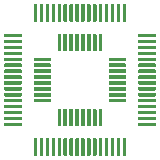
<source format=gtp>
%TF.GenerationSoftware,KiCad,Pcbnew,5.1.10*%
%TF.CreationDate,2021-10-22T01:17:49+03:00*%
%TF.ProjectId,breakouts_qfp,62726561-6b6f-4757-9473-5f7166702e6b,rev?*%
%TF.SameCoordinates,Original*%
%TF.FileFunction,Paste,Top*%
%TF.FilePolarity,Positive*%
%FSLAX46Y46*%
G04 Gerber Fmt 4.6, Leading zero omitted, Abs format (unit mm)*
G04 Created by KiCad (PCBNEW 5.1.10) date 2021-10-22 01:17:49*
%MOMM*%
%LPD*%
G01*
G04 APERTURE LIST*
G04 APERTURE END LIST*
%TO.C,U2*%
G36*
G01*
X126910000Y-66145000D02*
X126910000Y-64745000D01*
G75*
G02*
X126985000Y-64670000I75000J0D01*
G01*
X127135000Y-64670000D01*
G75*
G02*
X127210000Y-64745000I0J-75000D01*
G01*
X127210000Y-66145000D01*
G75*
G02*
X127135000Y-66220000I-75000J0D01*
G01*
X126985000Y-66220000D01*
G75*
G02*
X126910000Y-66145000I0J75000D01*
G01*
G37*
G36*
G01*
X127410000Y-66145000D02*
X127410000Y-64745000D01*
G75*
G02*
X127485000Y-64670000I75000J0D01*
G01*
X127635000Y-64670000D01*
G75*
G02*
X127710000Y-64745000I0J-75000D01*
G01*
X127710000Y-66145000D01*
G75*
G02*
X127635000Y-66220000I-75000J0D01*
G01*
X127485000Y-66220000D01*
G75*
G02*
X127410000Y-66145000I0J75000D01*
G01*
G37*
G36*
G01*
X127910000Y-66145000D02*
X127910000Y-64745000D01*
G75*
G02*
X127985000Y-64670000I75000J0D01*
G01*
X128135000Y-64670000D01*
G75*
G02*
X128210000Y-64745000I0J-75000D01*
G01*
X128210000Y-66145000D01*
G75*
G02*
X128135000Y-66220000I-75000J0D01*
G01*
X127985000Y-66220000D01*
G75*
G02*
X127910000Y-66145000I0J75000D01*
G01*
G37*
G36*
G01*
X128410000Y-66145000D02*
X128410000Y-64745000D01*
G75*
G02*
X128485000Y-64670000I75000J0D01*
G01*
X128635000Y-64670000D01*
G75*
G02*
X128710000Y-64745000I0J-75000D01*
G01*
X128710000Y-66145000D01*
G75*
G02*
X128635000Y-66220000I-75000J0D01*
G01*
X128485000Y-66220000D01*
G75*
G02*
X128410000Y-66145000I0J75000D01*
G01*
G37*
G36*
G01*
X128910000Y-66145000D02*
X128910000Y-64745000D01*
G75*
G02*
X128985000Y-64670000I75000J0D01*
G01*
X129135000Y-64670000D01*
G75*
G02*
X129210000Y-64745000I0J-75000D01*
G01*
X129210000Y-66145000D01*
G75*
G02*
X129135000Y-66220000I-75000J0D01*
G01*
X128985000Y-66220000D01*
G75*
G02*
X128910000Y-66145000I0J75000D01*
G01*
G37*
G36*
G01*
X129410000Y-66145000D02*
X129410000Y-64745000D01*
G75*
G02*
X129485000Y-64670000I75000J0D01*
G01*
X129635000Y-64670000D01*
G75*
G02*
X129710000Y-64745000I0J-75000D01*
G01*
X129710000Y-66145000D01*
G75*
G02*
X129635000Y-66220000I-75000J0D01*
G01*
X129485000Y-66220000D01*
G75*
G02*
X129410000Y-66145000I0J75000D01*
G01*
G37*
G36*
G01*
X129910000Y-66145000D02*
X129910000Y-64745000D01*
G75*
G02*
X129985000Y-64670000I75000J0D01*
G01*
X130135000Y-64670000D01*
G75*
G02*
X130210000Y-64745000I0J-75000D01*
G01*
X130210000Y-66145000D01*
G75*
G02*
X130135000Y-66220000I-75000J0D01*
G01*
X129985000Y-66220000D01*
G75*
G02*
X129910000Y-66145000I0J75000D01*
G01*
G37*
G36*
G01*
X130410000Y-66145000D02*
X130410000Y-64745000D01*
G75*
G02*
X130485000Y-64670000I75000J0D01*
G01*
X130635000Y-64670000D01*
G75*
G02*
X130710000Y-64745000I0J-75000D01*
G01*
X130710000Y-66145000D01*
G75*
G02*
X130635000Y-66220000I-75000J0D01*
G01*
X130485000Y-66220000D01*
G75*
G02*
X130410000Y-66145000I0J75000D01*
G01*
G37*
G36*
G01*
X130910000Y-66145000D02*
X130910000Y-64745000D01*
G75*
G02*
X130985000Y-64670000I75000J0D01*
G01*
X131135000Y-64670000D01*
G75*
G02*
X131210000Y-64745000I0J-75000D01*
G01*
X131210000Y-66145000D01*
G75*
G02*
X131135000Y-66220000I-75000J0D01*
G01*
X130985000Y-66220000D01*
G75*
G02*
X130910000Y-66145000I0J75000D01*
G01*
G37*
G36*
G01*
X131410000Y-66145000D02*
X131410000Y-64745000D01*
G75*
G02*
X131485000Y-64670000I75000J0D01*
G01*
X131635000Y-64670000D01*
G75*
G02*
X131710000Y-64745000I0J-75000D01*
G01*
X131710000Y-66145000D01*
G75*
G02*
X131635000Y-66220000I-75000J0D01*
G01*
X131485000Y-66220000D01*
G75*
G02*
X131410000Y-66145000I0J75000D01*
G01*
G37*
G36*
G01*
X131910000Y-66145000D02*
X131910000Y-64745000D01*
G75*
G02*
X131985000Y-64670000I75000J0D01*
G01*
X132135000Y-64670000D01*
G75*
G02*
X132210000Y-64745000I0J-75000D01*
G01*
X132210000Y-66145000D01*
G75*
G02*
X132135000Y-66220000I-75000J0D01*
G01*
X131985000Y-66220000D01*
G75*
G02*
X131910000Y-66145000I0J75000D01*
G01*
G37*
G36*
G01*
X132410000Y-66145000D02*
X132410000Y-64745000D01*
G75*
G02*
X132485000Y-64670000I75000J0D01*
G01*
X132635000Y-64670000D01*
G75*
G02*
X132710000Y-64745000I0J-75000D01*
G01*
X132710000Y-66145000D01*
G75*
G02*
X132635000Y-66220000I-75000J0D01*
G01*
X132485000Y-66220000D01*
G75*
G02*
X132410000Y-66145000I0J75000D01*
G01*
G37*
G36*
G01*
X132910000Y-66145000D02*
X132910000Y-64745000D01*
G75*
G02*
X132985000Y-64670000I75000J0D01*
G01*
X133135000Y-64670000D01*
G75*
G02*
X133210000Y-64745000I0J-75000D01*
G01*
X133210000Y-66145000D01*
G75*
G02*
X133135000Y-66220000I-75000J0D01*
G01*
X132985000Y-66220000D01*
G75*
G02*
X132910000Y-66145000I0J75000D01*
G01*
G37*
G36*
G01*
X133410000Y-66145000D02*
X133410000Y-64745000D01*
G75*
G02*
X133485000Y-64670000I75000J0D01*
G01*
X133635000Y-64670000D01*
G75*
G02*
X133710000Y-64745000I0J-75000D01*
G01*
X133710000Y-66145000D01*
G75*
G02*
X133635000Y-66220000I-75000J0D01*
G01*
X133485000Y-66220000D01*
G75*
G02*
X133410000Y-66145000I0J75000D01*
G01*
G37*
G36*
G01*
X133910000Y-66145000D02*
X133910000Y-64745000D01*
G75*
G02*
X133985000Y-64670000I75000J0D01*
G01*
X134135000Y-64670000D01*
G75*
G02*
X134210000Y-64745000I0J-75000D01*
G01*
X134210000Y-66145000D01*
G75*
G02*
X134135000Y-66220000I-75000J0D01*
G01*
X133985000Y-66220000D01*
G75*
G02*
X133910000Y-66145000I0J75000D01*
G01*
G37*
G36*
G01*
X134410000Y-66145000D02*
X134410000Y-64745000D01*
G75*
G02*
X134485000Y-64670000I75000J0D01*
G01*
X134635000Y-64670000D01*
G75*
G02*
X134710000Y-64745000I0J-75000D01*
G01*
X134710000Y-66145000D01*
G75*
G02*
X134635000Y-66220000I-75000J0D01*
G01*
X134485000Y-66220000D01*
G75*
G02*
X134410000Y-66145000I0J75000D01*
G01*
G37*
G36*
G01*
X135710000Y-67445000D02*
X135710000Y-67295000D01*
G75*
G02*
X135785000Y-67220000I75000J0D01*
G01*
X137185000Y-67220000D01*
G75*
G02*
X137260000Y-67295000I0J-75000D01*
G01*
X137260000Y-67445000D01*
G75*
G02*
X137185000Y-67520000I-75000J0D01*
G01*
X135785000Y-67520000D01*
G75*
G02*
X135710000Y-67445000I0J75000D01*
G01*
G37*
G36*
G01*
X135710000Y-67945000D02*
X135710000Y-67795000D01*
G75*
G02*
X135785000Y-67720000I75000J0D01*
G01*
X137185000Y-67720000D01*
G75*
G02*
X137260000Y-67795000I0J-75000D01*
G01*
X137260000Y-67945000D01*
G75*
G02*
X137185000Y-68020000I-75000J0D01*
G01*
X135785000Y-68020000D01*
G75*
G02*
X135710000Y-67945000I0J75000D01*
G01*
G37*
G36*
G01*
X135710000Y-68445000D02*
X135710000Y-68295000D01*
G75*
G02*
X135785000Y-68220000I75000J0D01*
G01*
X137185000Y-68220000D01*
G75*
G02*
X137260000Y-68295000I0J-75000D01*
G01*
X137260000Y-68445000D01*
G75*
G02*
X137185000Y-68520000I-75000J0D01*
G01*
X135785000Y-68520000D01*
G75*
G02*
X135710000Y-68445000I0J75000D01*
G01*
G37*
G36*
G01*
X135710000Y-68945000D02*
X135710000Y-68795000D01*
G75*
G02*
X135785000Y-68720000I75000J0D01*
G01*
X137185000Y-68720000D01*
G75*
G02*
X137260000Y-68795000I0J-75000D01*
G01*
X137260000Y-68945000D01*
G75*
G02*
X137185000Y-69020000I-75000J0D01*
G01*
X135785000Y-69020000D01*
G75*
G02*
X135710000Y-68945000I0J75000D01*
G01*
G37*
G36*
G01*
X135710000Y-69445000D02*
X135710000Y-69295000D01*
G75*
G02*
X135785000Y-69220000I75000J0D01*
G01*
X137185000Y-69220000D01*
G75*
G02*
X137260000Y-69295000I0J-75000D01*
G01*
X137260000Y-69445000D01*
G75*
G02*
X137185000Y-69520000I-75000J0D01*
G01*
X135785000Y-69520000D01*
G75*
G02*
X135710000Y-69445000I0J75000D01*
G01*
G37*
G36*
G01*
X135710000Y-69945000D02*
X135710000Y-69795000D01*
G75*
G02*
X135785000Y-69720000I75000J0D01*
G01*
X137185000Y-69720000D01*
G75*
G02*
X137260000Y-69795000I0J-75000D01*
G01*
X137260000Y-69945000D01*
G75*
G02*
X137185000Y-70020000I-75000J0D01*
G01*
X135785000Y-70020000D01*
G75*
G02*
X135710000Y-69945000I0J75000D01*
G01*
G37*
G36*
G01*
X135710000Y-70445000D02*
X135710000Y-70295000D01*
G75*
G02*
X135785000Y-70220000I75000J0D01*
G01*
X137185000Y-70220000D01*
G75*
G02*
X137260000Y-70295000I0J-75000D01*
G01*
X137260000Y-70445000D01*
G75*
G02*
X137185000Y-70520000I-75000J0D01*
G01*
X135785000Y-70520000D01*
G75*
G02*
X135710000Y-70445000I0J75000D01*
G01*
G37*
G36*
G01*
X135710000Y-70945000D02*
X135710000Y-70795000D01*
G75*
G02*
X135785000Y-70720000I75000J0D01*
G01*
X137185000Y-70720000D01*
G75*
G02*
X137260000Y-70795000I0J-75000D01*
G01*
X137260000Y-70945000D01*
G75*
G02*
X137185000Y-71020000I-75000J0D01*
G01*
X135785000Y-71020000D01*
G75*
G02*
X135710000Y-70945000I0J75000D01*
G01*
G37*
G36*
G01*
X135710000Y-71445000D02*
X135710000Y-71295000D01*
G75*
G02*
X135785000Y-71220000I75000J0D01*
G01*
X137185000Y-71220000D01*
G75*
G02*
X137260000Y-71295000I0J-75000D01*
G01*
X137260000Y-71445000D01*
G75*
G02*
X137185000Y-71520000I-75000J0D01*
G01*
X135785000Y-71520000D01*
G75*
G02*
X135710000Y-71445000I0J75000D01*
G01*
G37*
G36*
G01*
X135710000Y-71945000D02*
X135710000Y-71795000D01*
G75*
G02*
X135785000Y-71720000I75000J0D01*
G01*
X137185000Y-71720000D01*
G75*
G02*
X137260000Y-71795000I0J-75000D01*
G01*
X137260000Y-71945000D01*
G75*
G02*
X137185000Y-72020000I-75000J0D01*
G01*
X135785000Y-72020000D01*
G75*
G02*
X135710000Y-71945000I0J75000D01*
G01*
G37*
G36*
G01*
X135710000Y-72445000D02*
X135710000Y-72295000D01*
G75*
G02*
X135785000Y-72220000I75000J0D01*
G01*
X137185000Y-72220000D01*
G75*
G02*
X137260000Y-72295000I0J-75000D01*
G01*
X137260000Y-72445000D01*
G75*
G02*
X137185000Y-72520000I-75000J0D01*
G01*
X135785000Y-72520000D01*
G75*
G02*
X135710000Y-72445000I0J75000D01*
G01*
G37*
G36*
G01*
X135710000Y-72945000D02*
X135710000Y-72795000D01*
G75*
G02*
X135785000Y-72720000I75000J0D01*
G01*
X137185000Y-72720000D01*
G75*
G02*
X137260000Y-72795000I0J-75000D01*
G01*
X137260000Y-72945000D01*
G75*
G02*
X137185000Y-73020000I-75000J0D01*
G01*
X135785000Y-73020000D01*
G75*
G02*
X135710000Y-72945000I0J75000D01*
G01*
G37*
G36*
G01*
X135710000Y-73445000D02*
X135710000Y-73295000D01*
G75*
G02*
X135785000Y-73220000I75000J0D01*
G01*
X137185000Y-73220000D01*
G75*
G02*
X137260000Y-73295000I0J-75000D01*
G01*
X137260000Y-73445000D01*
G75*
G02*
X137185000Y-73520000I-75000J0D01*
G01*
X135785000Y-73520000D01*
G75*
G02*
X135710000Y-73445000I0J75000D01*
G01*
G37*
G36*
G01*
X135710000Y-73945000D02*
X135710000Y-73795000D01*
G75*
G02*
X135785000Y-73720000I75000J0D01*
G01*
X137185000Y-73720000D01*
G75*
G02*
X137260000Y-73795000I0J-75000D01*
G01*
X137260000Y-73945000D01*
G75*
G02*
X137185000Y-74020000I-75000J0D01*
G01*
X135785000Y-74020000D01*
G75*
G02*
X135710000Y-73945000I0J75000D01*
G01*
G37*
G36*
G01*
X135710000Y-74445000D02*
X135710000Y-74295000D01*
G75*
G02*
X135785000Y-74220000I75000J0D01*
G01*
X137185000Y-74220000D01*
G75*
G02*
X137260000Y-74295000I0J-75000D01*
G01*
X137260000Y-74445000D01*
G75*
G02*
X137185000Y-74520000I-75000J0D01*
G01*
X135785000Y-74520000D01*
G75*
G02*
X135710000Y-74445000I0J75000D01*
G01*
G37*
G36*
G01*
X135710000Y-74945000D02*
X135710000Y-74795000D01*
G75*
G02*
X135785000Y-74720000I75000J0D01*
G01*
X137185000Y-74720000D01*
G75*
G02*
X137260000Y-74795000I0J-75000D01*
G01*
X137260000Y-74945000D01*
G75*
G02*
X137185000Y-75020000I-75000J0D01*
G01*
X135785000Y-75020000D01*
G75*
G02*
X135710000Y-74945000I0J75000D01*
G01*
G37*
G36*
G01*
X134410000Y-77495000D02*
X134410000Y-76095000D01*
G75*
G02*
X134485000Y-76020000I75000J0D01*
G01*
X134635000Y-76020000D01*
G75*
G02*
X134710000Y-76095000I0J-75000D01*
G01*
X134710000Y-77495000D01*
G75*
G02*
X134635000Y-77570000I-75000J0D01*
G01*
X134485000Y-77570000D01*
G75*
G02*
X134410000Y-77495000I0J75000D01*
G01*
G37*
G36*
G01*
X133910000Y-77495000D02*
X133910000Y-76095000D01*
G75*
G02*
X133985000Y-76020000I75000J0D01*
G01*
X134135000Y-76020000D01*
G75*
G02*
X134210000Y-76095000I0J-75000D01*
G01*
X134210000Y-77495000D01*
G75*
G02*
X134135000Y-77570000I-75000J0D01*
G01*
X133985000Y-77570000D01*
G75*
G02*
X133910000Y-77495000I0J75000D01*
G01*
G37*
G36*
G01*
X133410000Y-77495000D02*
X133410000Y-76095000D01*
G75*
G02*
X133485000Y-76020000I75000J0D01*
G01*
X133635000Y-76020000D01*
G75*
G02*
X133710000Y-76095000I0J-75000D01*
G01*
X133710000Y-77495000D01*
G75*
G02*
X133635000Y-77570000I-75000J0D01*
G01*
X133485000Y-77570000D01*
G75*
G02*
X133410000Y-77495000I0J75000D01*
G01*
G37*
G36*
G01*
X132910000Y-77495000D02*
X132910000Y-76095000D01*
G75*
G02*
X132985000Y-76020000I75000J0D01*
G01*
X133135000Y-76020000D01*
G75*
G02*
X133210000Y-76095000I0J-75000D01*
G01*
X133210000Y-77495000D01*
G75*
G02*
X133135000Y-77570000I-75000J0D01*
G01*
X132985000Y-77570000D01*
G75*
G02*
X132910000Y-77495000I0J75000D01*
G01*
G37*
G36*
G01*
X132410000Y-77495000D02*
X132410000Y-76095000D01*
G75*
G02*
X132485000Y-76020000I75000J0D01*
G01*
X132635000Y-76020000D01*
G75*
G02*
X132710000Y-76095000I0J-75000D01*
G01*
X132710000Y-77495000D01*
G75*
G02*
X132635000Y-77570000I-75000J0D01*
G01*
X132485000Y-77570000D01*
G75*
G02*
X132410000Y-77495000I0J75000D01*
G01*
G37*
G36*
G01*
X131910000Y-77495000D02*
X131910000Y-76095000D01*
G75*
G02*
X131985000Y-76020000I75000J0D01*
G01*
X132135000Y-76020000D01*
G75*
G02*
X132210000Y-76095000I0J-75000D01*
G01*
X132210000Y-77495000D01*
G75*
G02*
X132135000Y-77570000I-75000J0D01*
G01*
X131985000Y-77570000D01*
G75*
G02*
X131910000Y-77495000I0J75000D01*
G01*
G37*
G36*
G01*
X131410000Y-77495000D02*
X131410000Y-76095000D01*
G75*
G02*
X131485000Y-76020000I75000J0D01*
G01*
X131635000Y-76020000D01*
G75*
G02*
X131710000Y-76095000I0J-75000D01*
G01*
X131710000Y-77495000D01*
G75*
G02*
X131635000Y-77570000I-75000J0D01*
G01*
X131485000Y-77570000D01*
G75*
G02*
X131410000Y-77495000I0J75000D01*
G01*
G37*
G36*
G01*
X130910000Y-77495000D02*
X130910000Y-76095000D01*
G75*
G02*
X130985000Y-76020000I75000J0D01*
G01*
X131135000Y-76020000D01*
G75*
G02*
X131210000Y-76095000I0J-75000D01*
G01*
X131210000Y-77495000D01*
G75*
G02*
X131135000Y-77570000I-75000J0D01*
G01*
X130985000Y-77570000D01*
G75*
G02*
X130910000Y-77495000I0J75000D01*
G01*
G37*
G36*
G01*
X130410000Y-77495000D02*
X130410000Y-76095000D01*
G75*
G02*
X130485000Y-76020000I75000J0D01*
G01*
X130635000Y-76020000D01*
G75*
G02*
X130710000Y-76095000I0J-75000D01*
G01*
X130710000Y-77495000D01*
G75*
G02*
X130635000Y-77570000I-75000J0D01*
G01*
X130485000Y-77570000D01*
G75*
G02*
X130410000Y-77495000I0J75000D01*
G01*
G37*
G36*
G01*
X129910000Y-77495000D02*
X129910000Y-76095000D01*
G75*
G02*
X129985000Y-76020000I75000J0D01*
G01*
X130135000Y-76020000D01*
G75*
G02*
X130210000Y-76095000I0J-75000D01*
G01*
X130210000Y-77495000D01*
G75*
G02*
X130135000Y-77570000I-75000J0D01*
G01*
X129985000Y-77570000D01*
G75*
G02*
X129910000Y-77495000I0J75000D01*
G01*
G37*
G36*
G01*
X129410000Y-77495000D02*
X129410000Y-76095000D01*
G75*
G02*
X129485000Y-76020000I75000J0D01*
G01*
X129635000Y-76020000D01*
G75*
G02*
X129710000Y-76095000I0J-75000D01*
G01*
X129710000Y-77495000D01*
G75*
G02*
X129635000Y-77570000I-75000J0D01*
G01*
X129485000Y-77570000D01*
G75*
G02*
X129410000Y-77495000I0J75000D01*
G01*
G37*
G36*
G01*
X128910000Y-77495000D02*
X128910000Y-76095000D01*
G75*
G02*
X128985000Y-76020000I75000J0D01*
G01*
X129135000Y-76020000D01*
G75*
G02*
X129210000Y-76095000I0J-75000D01*
G01*
X129210000Y-77495000D01*
G75*
G02*
X129135000Y-77570000I-75000J0D01*
G01*
X128985000Y-77570000D01*
G75*
G02*
X128910000Y-77495000I0J75000D01*
G01*
G37*
G36*
G01*
X128410000Y-77495000D02*
X128410000Y-76095000D01*
G75*
G02*
X128485000Y-76020000I75000J0D01*
G01*
X128635000Y-76020000D01*
G75*
G02*
X128710000Y-76095000I0J-75000D01*
G01*
X128710000Y-77495000D01*
G75*
G02*
X128635000Y-77570000I-75000J0D01*
G01*
X128485000Y-77570000D01*
G75*
G02*
X128410000Y-77495000I0J75000D01*
G01*
G37*
G36*
G01*
X127910000Y-77495000D02*
X127910000Y-76095000D01*
G75*
G02*
X127985000Y-76020000I75000J0D01*
G01*
X128135000Y-76020000D01*
G75*
G02*
X128210000Y-76095000I0J-75000D01*
G01*
X128210000Y-77495000D01*
G75*
G02*
X128135000Y-77570000I-75000J0D01*
G01*
X127985000Y-77570000D01*
G75*
G02*
X127910000Y-77495000I0J75000D01*
G01*
G37*
G36*
G01*
X127410000Y-77495000D02*
X127410000Y-76095000D01*
G75*
G02*
X127485000Y-76020000I75000J0D01*
G01*
X127635000Y-76020000D01*
G75*
G02*
X127710000Y-76095000I0J-75000D01*
G01*
X127710000Y-77495000D01*
G75*
G02*
X127635000Y-77570000I-75000J0D01*
G01*
X127485000Y-77570000D01*
G75*
G02*
X127410000Y-77495000I0J75000D01*
G01*
G37*
G36*
G01*
X126910000Y-77495000D02*
X126910000Y-76095000D01*
G75*
G02*
X126985000Y-76020000I75000J0D01*
G01*
X127135000Y-76020000D01*
G75*
G02*
X127210000Y-76095000I0J-75000D01*
G01*
X127210000Y-77495000D01*
G75*
G02*
X127135000Y-77570000I-75000J0D01*
G01*
X126985000Y-77570000D01*
G75*
G02*
X126910000Y-77495000I0J75000D01*
G01*
G37*
G36*
G01*
X124360000Y-74945000D02*
X124360000Y-74795000D01*
G75*
G02*
X124435000Y-74720000I75000J0D01*
G01*
X125835000Y-74720000D01*
G75*
G02*
X125910000Y-74795000I0J-75000D01*
G01*
X125910000Y-74945000D01*
G75*
G02*
X125835000Y-75020000I-75000J0D01*
G01*
X124435000Y-75020000D01*
G75*
G02*
X124360000Y-74945000I0J75000D01*
G01*
G37*
G36*
G01*
X124360000Y-74445000D02*
X124360000Y-74295000D01*
G75*
G02*
X124435000Y-74220000I75000J0D01*
G01*
X125835000Y-74220000D01*
G75*
G02*
X125910000Y-74295000I0J-75000D01*
G01*
X125910000Y-74445000D01*
G75*
G02*
X125835000Y-74520000I-75000J0D01*
G01*
X124435000Y-74520000D01*
G75*
G02*
X124360000Y-74445000I0J75000D01*
G01*
G37*
G36*
G01*
X124360000Y-73945000D02*
X124360000Y-73795000D01*
G75*
G02*
X124435000Y-73720000I75000J0D01*
G01*
X125835000Y-73720000D01*
G75*
G02*
X125910000Y-73795000I0J-75000D01*
G01*
X125910000Y-73945000D01*
G75*
G02*
X125835000Y-74020000I-75000J0D01*
G01*
X124435000Y-74020000D01*
G75*
G02*
X124360000Y-73945000I0J75000D01*
G01*
G37*
G36*
G01*
X124360000Y-73445000D02*
X124360000Y-73295000D01*
G75*
G02*
X124435000Y-73220000I75000J0D01*
G01*
X125835000Y-73220000D01*
G75*
G02*
X125910000Y-73295000I0J-75000D01*
G01*
X125910000Y-73445000D01*
G75*
G02*
X125835000Y-73520000I-75000J0D01*
G01*
X124435000Y-73520000D01*
G75*
G02*
X124360000Y-73445000I0J75000D01*
G01*
G37*
G36*
G01*
X124360000Y-72945000D02*
X124360000Y-72795000D01*
G75*
G02*
X124435000Y-72720000I75000J0D01*
G01*
X125835000Y-72720000D01*
G75*
G02*
X125910000Y-72795000I0J-75000D01*
G01*
X125910000Y-72945000D01*
G75*
G02*
X125835000Y-73020000I-75000J0D01*
G01*
X124435000Y-73020000D01*
G75*
G02*
X124360000Y-72945000I0J75000D01*
G01*
G37*
G36*
G01*
X124360000Y-72445000D02*
X124360000Y-72295000D01*
G75*
G02*
X124435000Y-72220000I75000J0D01*
G01*
X125835000Y-72220000D01*
G75*
G02*
X125910000Y-72295000I0J-75000D01*
G01*
X125910000Y-72445000D01*
G75*
G02*
X125835000Y-72520000I-75000J0D01*
G01*
X124435000Y-72520000D01*
G75*
G02*
X124360000Y-72445000I0J75000D01*
G01*
G37*
G36*
G01*
X124360000Y-71945000D02*
X124360000Y-71795000D01*
G75*
G02*
X124435000Y-71720000I75000J0D01*
G01*
X125835000Y-71720000D01*
G75*
G02*
X125910000Y-71795000I0J-75000D01*
G01*
X125910000Y-71945000D01*
G75*
G02*
X125835000Y-72020000I-75000J0D01*
G01*
X124435000Y-72020000D01*
G75*
G02*
X124360000Y-71945000I0J75000D01*
G01*
G37*
G36*
G01*
X124360000Y-71445000D02*
X124360000Y-71295000D01*
G75*
G02*
X124435000Y-71220000I75000J0D01*
G01*
X125835000Y-71220000D01*
G75*
G02*
X125910000Y-71295000I0J-75000D01*
G01*
X125910000Y-71445000D01*
G75*
G02*
X125835000Y-71520000I-75000J0D01*
G01*
X124435000Y-71520000D01*
G75*
G02*
X124360000Y-71445000I0J75000D01*
G01*
G37*
G36*
G01*
X124360000Y-70945000D02*
X124360000Y-70795000D01*
G75*
G02*
X124435000Y-70720000I75000J0D01*
G01*
X125835000Y-70720000D01*
G75*
G02*
X125910000Y-70795000I0J-75000D01*
G01*
X125910000Y-70945000D01*
G75*
G02*
X125835000Y-71020000I-75000J0D01*
G01*
X124435000Y-71020000D01*
G75*
G02*
X124360000Y-70945000I0J75000D01*
G01*
G37*
G36*
G01*
X124360000Y-70445000D02*
X124360000Y-70295000D01*
G75*
G02*
X124435000Y-70220000I75000J0D01*
G01*
X125835000Y-70220000D01*
G75*
G02*
X125910000Y-70295000I0J-75000D01*
G01*
X125910000Y-70445000D01*
G75*
G02*
X125835000Y-70520000I-75000J0D01*
G01*
X124435000Y-70520000D01*
G75*
G02*
X124360000Y-70445000I0J75000D01*
G01*
G37*
G36*
G01*
X124360000Y-69945000D02*
X124360000Y-69795000D01*
G75*
G02*
X124435000Y-69720000I75000J0D01*
G01*
X125835000Y-69720000D01*
G75*
G02*
X125910000Y-69795000I0J-75000D01*
G01*
X125910000Y-69945000D01*
G75*
G02*
X125835000Y-70020000I-75000J0D01*
G01*
X124435000Y-70020000D01*
G75*
G02*
X124360000Y-69945000I0J75000D01*
G01*
G37*
G36*
G01*
X124360000Y-69445000D02*
X124360000Y-69295000D01*
G75*
G02*
X124435000Y-69220000I75000J0D01*
G01*
X125835000Y-69220000D01*
G75*
G02*
X125910000Y-69295000I0J-75000D01*
G01*
X125910000Y-69445000D01*
G75*
G02*
X125835000Y-69520000I-75000J0D01*
G01*
X124435000Y-69520000D01*
G75*
G02*
X124360000Y-69445000I0J75000D01*
G01*
G37*
G36*
G01*
X124360000Y-68945000D02*
X124360000Y-68795000D01*
G75*
G02*
X124435000Y-68720000I75000J0D01*
G01*
X125835000Y-68720000D01*
G75*
G02*
X125910000Y-68795000I0J-75000D01*
G01*
X125910000Y-68945000D01*
G75*
G02*
X125835000Y-69020000I-75000J0D01*
G01*
X124435000Y-69020000D01*
G75*
G02*
X124360000Y-68945000I0J75000D01*
G01*
G37*
G36*
G01*
X124360000Y-68445000D02*
X124360000Y-68295000D01*
G75*
G02*
X124435000Y-68220000I75000J0D01*
G01*
X125835000Y-68220000D01*
G75*
G02*
X125910000Y-68295000I0J-75000D01*
G01*
X125910000Y-68445000D01*
G75*
G02*
X125835000Y-68520000I-75000J0D01*
G01*
X124435000Y-68520000D01*
G75*
G02*
X124360000Y-68445000I0J75000D01*
G01*
G37*
G36*
G01*
X124360000Y-67945000D02*
X124360000Y-67795000D01*
G75*
G02*
X124435000Y-67720000I75000J0D01*
G01*
X125835000Y-67720000D01*
G75*
G02*
X125910000Y-67795000I0J-75000D01*
G01*
X125910000Y-67945000D01*
G75*
G02*
X125835000Y-68020000I-75000J0D01*
G01*
X124435000Y-68020000D01*
G75*
G02*
X124360000Y-67945000I0J75000D01*
G01*
G37*
G36*
G01*
X124360000Y-67445000D02*
X124360000Y-67295000D01*
G75*
G02*
X124435000Y-67220000I75000J0D01*
G01*
X125835000Y-67220000D01*
G75*
G02*
X125910000Y-67295000I0J-75000D01*
G01*
X125910000Y-67445000D01*
G75*
G02*
X125835000Y-67520000I-75000J0D01*
G01*
X124435000Y-67520000D01*
G75*
G02*
X124360000Y-67445000I0J75000D01*
G01*
G37*
%TD*%
%TO.C,U1*%
G36*
G01*
X128910000Y-68620000D02*
X128910000Y-67270000D01*
G75*
G02*
X128985000Y-67195000I75000J0D01*
G01*
X129135000Y-67195000D01*
G75*
G02*
X129210000Y-67270000I0J-75000D01*
G01*
X129210000Y-68620000D01*
G75*
G02*
X129135000Y-68695000I-75000J0D01*
G01*
X128985000Y-68695000D01*
G75*
G02*
X128910000Y-68620000I0J75000D01*
G01*
G37*
G36*
G01*
X129410000Y-68620000D02*
X129410000Y-67270000D01*
G75*
G02*
X129485000Y-67195000I75000J0D01*
G01*
X129635000Y-67195000D01*
G75*
G02*
X129710000Y-67270000I0J-75000D01*
G01*
X129710000Y-68620000D01*
G75*
G02*
X129635000Y-68695000I-75000J0D01*
G01*
X129485000Y-68695000D01*
G75*
G02*
X129410000Y-68620000I0J75000D01*
G01*
G37*
G36*
G01*
X129910000Y-68620000D02*
X129910000Y-67270000D01*
G75*
G02*
X129985000Y-67195000I75000J0D01*
G01*
X130135000Y-67195000D01*
G75*
G02*
X130210000Y-67270000I0J-75000D01*
G01*
X130210000Y-68620000D01*
G75*
G02*
X130135000Y-68695000I-75000J0D01*
G01*
X129985000Y-68695000D01*
G75*
G02*
X129910000Y-68620000I0J75000D01*
G01*
G37*
G36*
G01*
X130410000Y-68620000D02*
X130410000Y-67270000D01*
G75*
G02*
X130485000Y-67195000I75000J0D01*
G01*
X130635000Y-67195000D01*
G75*
G02*
X130710000Y-67270000I0J-75000D01*
G01*
X130710000Y-68620000D01*
G75*
G02*
X130635000Y-68695000I-75000J0D01*
G01*
X130485000Y-68695000D01*
G75*
G02*
X130410000Y-68620000I0J75000D01*
G01*
G37*
G36*
G01*
X130910000Y-68620000D02*
X130910000Y-67270000D01*
G75*
G02*
X130985000Y-67195000I75000J0D01*
G01*
X131135000Y-67195000D01*
G75*
G02*
X131210000Y-67270000I0J-75000D01*
G01*
X131210000Y-68620000D01*
G75*
G02*
X131135000Y-68695000I-75000J0D01*
G01*
X130985000Y-68695000D01*
G75*
G02*
X130910000Y-68620000I0J75000D01*
G01*
G37*
G36*
G01*
X131410000Y-68620000D02*
X131410000Y-67270000D01*
G75*
G02*
X131485000Y-67195000I75000J0D01*
G01*
X131635000Y-67195000D01*
G75*
G02*
X131710000Y-67270000I0J-75000D01*
G01*
X131710000Y-68620000D01*
G75*
G02*
X131635000Y-68695000I-75000J0D01*
G01*
X131485000Y-68695000D01*
G75*
G02*
X131410000Y-68620000I0J75000D01*
G01*
G37*
G36*
G01*
X131910000Y-68620000D02*
X131910000Y-67270000D01*
G75*
G02*
X131985000Y-67195000I75000J0D01*
G01*
X132135000Y-67195000D01*
G75*
G02*
X132210000Y-67270000I0J-75000D01*
G01*
X132210000Y-68620000D01*
G75*
G02*
X132135000Y-68695000I-75000J0D01*
G01*
X131985000Y-68695000D01*
G75*
G02*
X131910000Y-68620000I0J75000D01*
G01*
G37*
G36*
G01*
X132410000Y-68620000D02*
X132410000Y-67270000D01*
G75*
G02*
X132485000Y-67195000I75000J0D01*
G01*
X132635000Y-67195000D01*
G75*
G02*
X132710000Y-67270000I0J-75000D01*
G01*
X132710000Y-68620000D01*
G75*
G02*
X132635000Y-68695000I-75000J0D01*
G01*
X132485000Y-68695000D01*
G75*
G02*
X132410000Y-68620000I0J75000D01*
G01*
G37*
G36*
G01*
X133235000Y-69445000D02*
X133235000Y-69295000D01*
G75*
G02*
X133310000Y-69220000I75000J0D01*
G01*
X134660000Y-69220000D01*
G75*
G02*
X134735000Y-69295000I0J-75000D01*
G01*
X134735000Y-69445000D01*
G75*
G02*
X134660000Y-69520000I-75000J0D01*
G01*
X133310000Y-69520000D01*
G75*
G02*
X133235000Y-69445000I0J75000D01*
G01*
G37*
G36*
G01*
X133235000Y-69945000D02*
X133235000Y-69795000D01*
G75*
G02*
X133310000Y-69720000I75000J0D01*
G01*
X134660000Y-69720000D01*
G75*
G02*
X134735000Y-69795000I0J-75000D01*
G01*
X134735000Y-69945000D01*
G75*
G02*
X134660000Y-70020000I-75000J0D01*
G01*
X133310000Y-70020000D01*
G75*
G02*
X133235000Y-69945000I0J75000D01*
G01*
G37*
G36*
G01*
X133235000Y-70445000D02*
X133235000Y-70295000D01*
G75*
G02*
X133310000Y-70220000I75000J0D01*
G01*
X134660000Y-70220000D01*
G75*
G02*
X134735000Y-70295000I0J-75000D01*
G01*
X134735000Y-70445000D01*
G75*
G02*
X134660000Y-70520000I-75000J0D01*
G01*
X133310000Y-70520000D01*
G75*
G02*
X133235000Y-70445000I0J75000D01*
G01*
G37*
G36*
G01*
X133235000Y-70945000D02*
X133235000Y-70795000D01*
G75*
G02*
X133310000Y-70720000I75000J0D01*
G01*
X134660000Y-70720000D01*
G75*
G02*
X134735000Y-70795000I0J-75000D01*
G01*
X134735000Y-70945000D01*
G75*
G02*
X134660000Y-71020000I-75000J0D01*
G01*
X133310000Y-71020000D01*
G75*
G02*
X133235000Y-70945000I0J75000D01*
G01*
G37*
G36*
G01*
X133235000Y-71445000D02*
X133235000Y-71295000D01*
G75*
G02*
X133310000Y-71220000I75000J0D01*
G01*
X134660000Y-71220000D01*
G75*
G02*
X134735000Y-71295000I0J-75000D01*
G01*
X134735000Y-71445000D01*
G75*
G02*
X134660000Y-71520000I-75000J0D01*
G01*
X133310000Y-71520000D01*
G75*
G02*
X133235000Y-71445000I0J75000D01*
G01*
G37*
G36*
G01*
X133235000Y-71945000D02*
X133235000Y-71795000D01*
G75*
G02*
X133310000Y-71720000I75000J0D01*
G01*
X134660000Y-71720000D01*
G75*
G02*
X134735000Y-71795000I0J-75000D01*
G01*
X134735000Y-71945000D01*
G75*
G02*
X134660000Y-72020000I-75000J0D01*
G01*
X133310000Y-72020000D01*
G75*
G02*
X133235000Y-71945000I0J75000D01*
G01*
G37*
G36*
G01*
X133235000Y-72445000D02*
X133235000Y-72295000D01*
G75*
G02*
X133310000Y-72220000I75000J0D01*
G01*
X134660000Y-72220000D01*
G75*
G02*
X134735000Y-72295000I0J-75000D01*
G01*
X134735000Y-72445000D01*
G75*
G02*
X134660000Y-72520000I-75000J0D01*
G01*
X133310000Y-72520000D01*
G75*
G02*
X133235000Y-72445000I0J75000D01*
G01*
G37*
G36*
G01*
X133235000Y-72945000D02*
X133235000Y-72795000D01*
G75*
G02*
X133310000Y-72720000I75000J0D01*
G01*
X134660000Y-72720000D01*
G75*
G02*
X134735000Y-72795000I0J-75000D01*
G01*
X134735000Y-72945000D01*
G75*
G02*
X134660000Y-73020000I-75000J0D01*
G01*
X133310000Y-73020000D01*
G75*
G02*
X133235000Y-72945000I0J75000D01*
G01*
G37*
G36*
G01*
X132410000Y-74970000D02*
X132410000Y-73620000D01*
G75*
G02*
X132485000Y-73545000I75000J0D01*
G01*
X132635000Y-73545000D01*
G75*
G02*
X132710000Y-73620000I0J-75000D01*
G01*
X132710000Y-74970000D01*
G75*
G02*
X132635000Y-75045000I-75000J0D01*
G01*
X132485000Y-75045000D01*
G75*
G02*
X132410000Y-74970000I0J75000D01*
G01*
G37*
G36*
G01*
X131910000Y-74970000D02*
X131910000Y-73620000D01*
G75*
G02*
X131985000Y-73545000I75000J0D01*
G01*
X132135000Y-73545000D01*
G75*
G02*
X132210000Y-73620000I0J-75000D01*
G01*
X132210000Y-74970000D01*
G75*
G02*
X132135000Y-75045000I-75000J0D01*
G01*
X131985000Y-75045000D01*
G75*
G02*
X131910000Y-74970000I0J75000D01*
G01*
G37*
G36*
G01*
X131410000Y-74970000D02*
X131410000Y-73620000D01*
G75*
G02*
X131485000Y-73545000I75000J0D01*
G01*
X131635000Y-73545000D01*
G75*
G02*
X131710000Y-73620000I0J-75000D01*
G01*
X131710000Y-74970000D01*
G75*
G02*
X131635000Y-75045000I-75000J0D01*
G01*
X131485000Y-75045000D01*
G75*
G02*
X131410000Y-74970000I0J75000D01*
G01*
G37*
G36*
G01*
X130910000Y-74970000D02*
X130910000Y-73620000D01*
G75*
G02*
X130985000Y-73545000I75000J0D01*
G01*
X131135000Y-73545000D01*
G75*
G02*
X131210000Y-73620000I0J-75000D01*
G01*
X131210000Y-74970000D01*
G75*
G02*
X131135000Y-75045000I-75000J0D01*
G01*
X130985000Y-75045000D01*
G75*
G02*
X130910000Y-74970000I0J75000D01*
G01*
G37*
G36*
G01*
X130410000Y-74970000D02*
X130410000Y-73620000D01*
G75*
G02*
X130485000Y-73545000I75000J0D01*
G01*
X130635000Y-73545000D01*
G75*
G02*
X130710000Y-73620000I0J-75000D01*
G01*
X130710000Y-74970000D01*
G75*
G02*
X130635000Y-75045000I-75000J0D01*
G01*
X130485000Y-75045000D01*
G75*
G02*
X130410000Y-74970000I0J75000D01*
G01*
G37*
G36*
G01*
X129910000Y-74970000D02*
X129910000Y-73620000D01*
G75*
G02*
X129985000Y-73545000I75000J0D01*
G01*
X130135000Y-73545000D01*
G75*
G02*
X130210000Y-73620000I0J-75000D01*
G01*
X130210000Y-74970000D01*
G75*
G02*
X130135000Y-75045000I-75000J0D01*
G01*
X129985000Y-75045000D01*
G75*
G02*
X129910000Y-74970000I0J75000D01*
G01*
G37*
G36*
G01*
X129410000Y-74970000D02*
X129410000Y-73620000D01*
G75*
G02*
X129485000Y-73545000I75000J0D01*
G01*
X129635000Y-73545000D01*
G75*
G02*
X129710000Y-73620000I0J-75000D01*
G01*
X129710000Y-74970000D01*
G75*
G02*
X129635000Y-75045000I-75000J0D01*
G01*
X129485000Y-75045000D01*
G75*
G02*
X129410000Y-74970000I0J75000D01*
G01*
G37*
G36*
G01*
X128910000Y-74970000D02*
X128910000Y-73620000D01*
G75*
G02*
X128985000Y-73545000I75000J0D01*
G01*
X129135000Y-73545000D01*
G75*
G02*
X129210000Y-73620000I0J-75000D01*
G01*
X129210000Y-74970000D01*
G75*
G02*
X129135000Y-75045000I-75000J0D01*
G01*
X128985000Y-75045000D01*
G75*
G02*
X128910000Y-74970000I0J75000D01*
G01*
G37*
G36*
G01*
X126885000Y-72945000D02*
X126885000Y-72795000D01*
G75*
G02*
X126960000Y-72720000I75000J0D01*
G01*
X128310000Y-72720000D01*
G75*
G02*
X128385000Y-72795000I0J-75000D01*
G01*
X128385000Y-72945000D01*
G75*
G02*
X128310000Y-73020000I-75000J0D01*
G01*
X126960000Y-73020000D01*
G75*
G02*
X126885000Y-72945000I0J75000D01*
G01*
G37*
G36*
G01*
X126885000Y-72445000D02*
X126885000Y-72295000D01*
G75*
G02*
X126960000Y-72220000I75000J0D01*
G01*
X128310000Y-72220000D01*
G75*
G02*
X128385000Y-72295000I0J-75000D01*
G01*
X128385000Y-72445000D01*
G75*
G02*
X128310000Y-72520000I-75000J0D01*
G01*
X126960000Y-72520000D01*
G75*
G02*
X126885000Y-72445000I0J75000D01*
G01*
G37*
G36*
G01*
X126885000Y-71945000D02*
X126885000Y-71795000D01*
G75*
G02*
X126960000Y-71720000I75000J0D01*
G01*
X128310000Y-71720000D01*
G75*
G02*
X128385000Y-71795000I0J-75000D01*
G01*
X128385000Y-71945000D01*
G75*
G02*
X128310000Y-72020000I-75000J0D01*
G01*
X126960000Y-72020000D01*
G75*
G02*
X126885000Y-71945000I0J75000D01*
G01*
G37*
G36*
G01*
X126885000Y-71445000D02*
X126885000Y-71295000D01*
G75*
G02*
X126960000Y-71220000I75000J0D01*
G01*
X128310000Y-71220000D01*
G75*
G02*
X128385000Y-71295000I0J-75000D01*
G01*
X128385000Y-71445000D01*
G75*
G02*
X128310000Y-71520000I-75000J0D01*
G01*
X126960000Y-71520000D01*
G75*
G02*
X126885000Y-71445000I0J75000D01*
G01*
G37*
G36*
G01*
X126885000Y-70945000D02*
X126885000Y-70795000D01*
G75*
G02*
X126960000Y-70720000I75000J0D01*
G01*
X128310000Y-70720000D01*
G75*
G02*
X128385000Y-70795000I0J-75000D01*
G01*
X128385000Y-70945000D01*
G75*
G02*
X128310000Y-71020000I-75000J0D01*
G01*
X126960000Y-71020000D01*
G75*
G02*
X126885000Y-70945000I0J75000D01*
G01*
G37*
G36*
G01*
X126885000Y-70445000D02*
X126885000Y-70295000D01*
G75*
G02*
X126960000Y-70220000I75000J0D01*
G01*
X128310000Y-70220000D01*
G75*
G02*
X128385000Y-70295000I0J-75000D01*
G01*
X128385000Y-70445000D01*
G75*
G02*
X128310000Y-70520000I-75000J0D01*
G01*
X126960000Y-70520000D01*
G75*
G02*
X126885000Y-70445000I0J75000D01*
G01*
G37*
G36*
G01*
X126885000Y-69945000D02*
X126885000Y-69795000D01*
G75*
G02*
X126960000Y-69720000I75000J0D01*
G01*
X128310000Y-69720000D01*
G75*
G02*
X128385000Y-69795000I0J-75000D01*
G01*
X128385000Y-69945000D01*
G75*
G02*
X128310000Y-70020000I-75000J0D01*
G01*
X126960000Y-70020000D01*
G75*
G02*
X126885000Y-69945000I0J75000D01*
G01*
G37*
G36*
G01*
X126885000Y-69445000D02*
X126885000Y-69295000D01*
G75*
G02*
X126960000Y-69220000I75000J0D01*
G01*
X128310000Y-69220000D01*
G75*
G02*
X128385000Y-69295000I0J-75000D01*
G01*
X128385000Y-69445000D01*
G75*
G02*
X128310000Y-69520000I-75000J0D01*
G01*
X126960000Y-69520000D01*
G75*
G02*
X126885000Y-69445000I0J75000D01*
G01*
G37*
%TD*%
M02*

</source>
